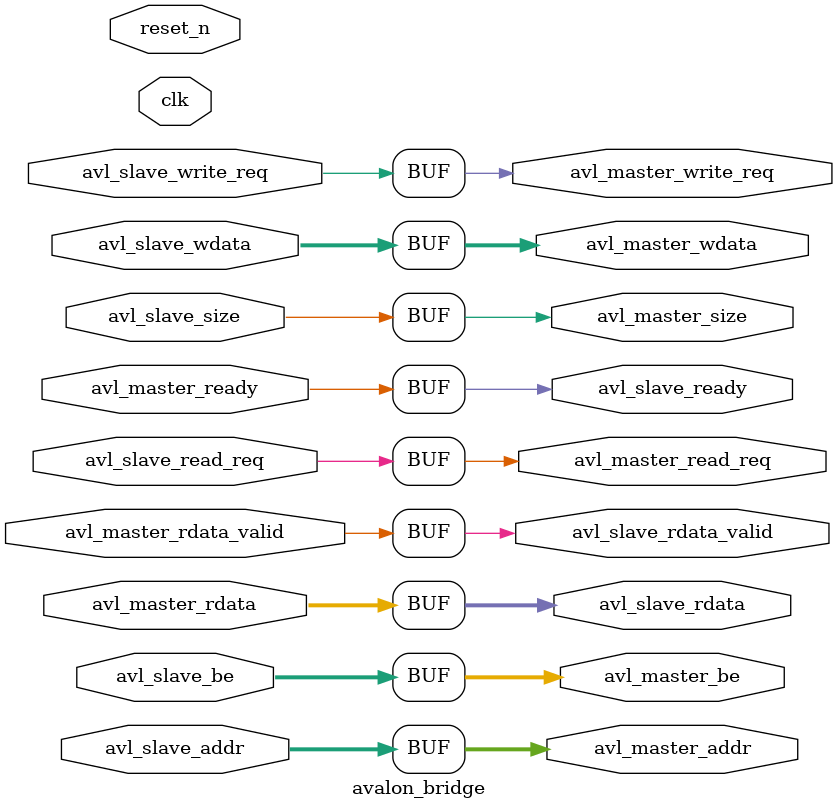
<source format=v>
module avalon_bridge (
	clk,
	reset_n,

	avl_master_ready,
	avl_master_addr,
	avl_master_rdata_valid,
	avl_master_rdata,
	avl_master_wdata,
	avl_master_be,
	avl_master_read_req,
	avl_master_write_req,
	avl_master_size,

	avl_slave_ready,
	avl_slave_addr,
	avl_slave_rdata_valid,
	avl_slave_rdata,
	avl_slave_wdata,
	avl_slave_be,
	avl_slave_read_req,
	avl_slave_write_req,
	avl_slave_size
);

	// Parameters
	parameter ADDR_WIDTH   = 64;
	parameter DATA_WIDTH_M = 64;
	parameter BE_WIDTH_M	  = 8;
	parameter DATA_WIDTH_S = 64;
	parameter BE_WIDTH_S	  = 8;
	parameter MAX_BSIZE   = 1;
	
	// Clock and reset
	input               clk;
	input               reset_n;

	// Master interface
	input               			avl_master_ready;                 //              avl.waitrequest_n
	output [ADDR_WIDTH-1:0]    avl_master_addr;                  //                 .address
	input               			avl_master_rdata_valid;           //                 .readdatavalid
	input  [DATA_WIDTH_M-1:0]  avl_master_rdata;                 //                 .readdata
	output [DATA_WIDTH_M-1:0]  avl_master_wdata;                 //                 .writedata
	output [BE_WIDTH_M-1:0]    avl_master_be;                    //                 .byteenable
	output              			avl_master_read_req;              //                 .read
	output              			avl_master_write_req;             //                 .write
	output [MAX_BSIZE-1:0]     avl_master_size;
	
	// Slave Interface
	output             			avl_slave_ready;                  //              avl.waitrequest_n
	input  [ADDR_WIDTH-1:0]    avl_slave_addr;                  //                 .address
	output             			avl_slave_rdata_valid;           //                 .readdatavalid
	output [DATA_WIDTH_S-1:0]  avl_slave_rdata;                 //                 .readdata
	input  [DATA_WIDTH_S-1:0]  avl_slave_wdata;                 //                 .writedata
	input  [BE_WIDTH_S-1:0]    avl_slave_be;                    //                 .byteenable
	input              			avl_slave_read_req;              //                 .read
	input              			avl_slave_write_req;             //                 .write
	input  [MAX_BSIZE-1:0]      avl_slave_size;

assign avl_slave_ready = avl_master_ready;
assign avl_master_addr = avl_slave_addr;
assign avl_slave_rdata_valid = avl_master_rdata_valid;
assign avl_master_size = avl_slave_size;

generate if (DATA_WIDTH_S < DATA_WIDTH_M) begin
		assign avl_slave_rdata = avl_master_rdata[DATA_WIDTH_S-1:0];
		assign avl_master_wdata = {{DATA_WIDTH_M-DATA_WIDTH_S{1'b0}}, avl_slave_wdata};
		assign avl_master_be = {{BE_WIDTH_M-BE_WIDTH_S{1'b0}}, avl_slave_be};
	end
	else begin
		assign avl_slave_rdata = {{DATA_WIDTH_S-DATA_WIDTH_M{1'b0}}, avl_master_rdata};
		assign avl_master_wdata = avl_slave_wdata[DATA_WIDTH_M-1:0];
		assign avl_master_be = avl_slave_be[BE_WIDTH_M-1:0];
	end
endgenerate

assign avl_master_read_req = avl_slave_read_req;
assign avl_master_write_req = avl_slave_write_req;

endmodule

</source>
